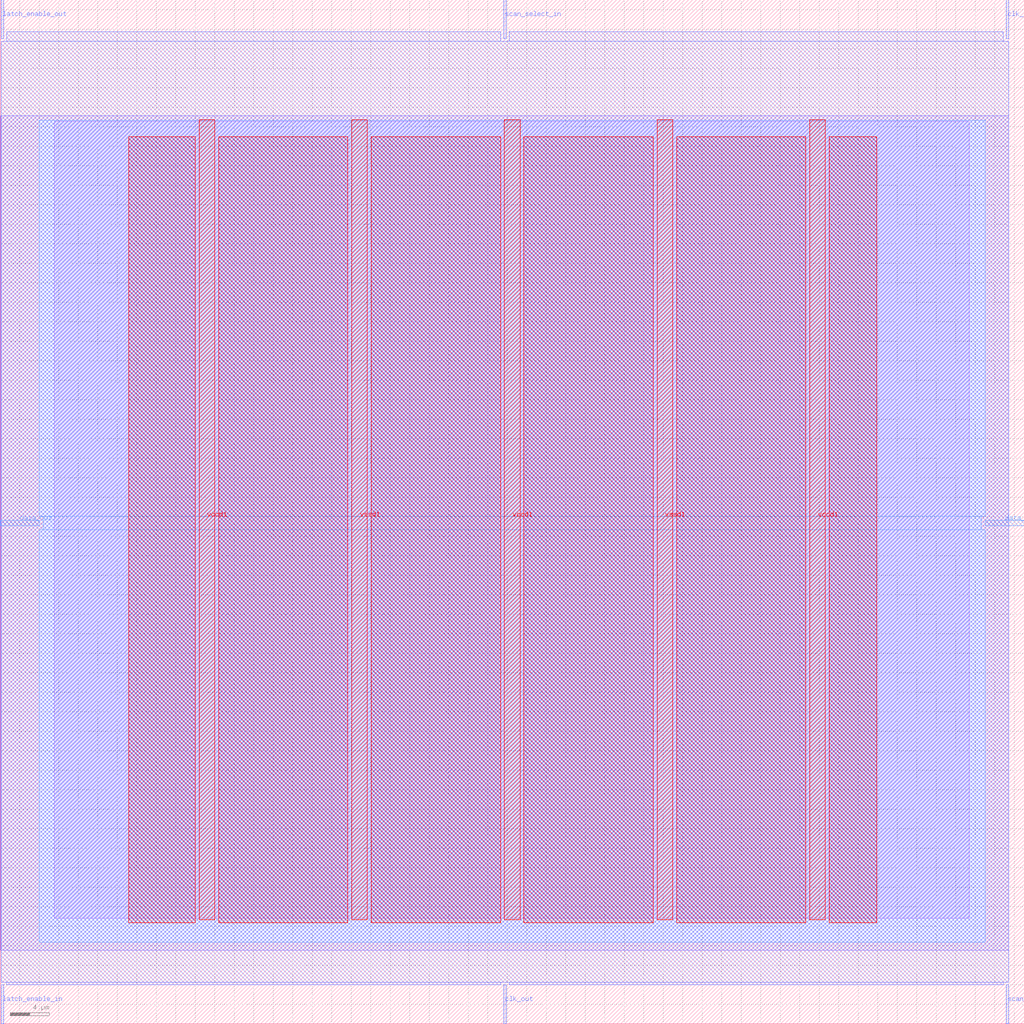
<source format=lef>
VERSION 5.7 ;
  NOWIREEXTENSIONATPIN ON ;
  DIVIDERCHAR "/" ;
  BUSBITCHARS "[]" ;
MACRO scan_wrapper_341426151397261906
  CLASS BLOCK ;
  FOREIGN scan_wrapper_341426151397261906 ;
  ORIGIN 0.000 0.000 ;
  SIZE 105.000 BY 105.000 ;
  PIN clk_in
    DIRECTION INPUT ;
    USE SIGNAL ;
    PORT
      LAYER met2 ;
        RECT 103.130 101.000 103.410 105.000 ;
    END
  END clk_in
  PIN clk_out
    DIRECTION OUTPUT TRISTATE ;
    USE SIGNAL ;
    PORT
      LAYER met2 ;
        RECT 51.610 0.000 51.890 4.000 ;
    END
  END clk_out
  PIN data_in
    DIRECTION INPUT ;
    USE SIGNAL ;
    PORT
      LAYER met3 ;
        RECT 101.000 51.040 105.000 51.640 ;
    END
  END data_in
  PIN data_out
    DIRECTION OUTPUT TRISTATE ;
    USE SIGNAL ;
    PORT
      LAYER met3 ;
        RECT 0.000 51.040 4.000 51.640 ;
    END
  END data_out
  PIN latch_enable_in
    DIRECTION INPUT ;
    USE SIGNAL ;
    PORT
      LAYER met2 ;
        RECT 0.090 0.000 0.370 4.000 ;
    END
  END latch_enable_in
  PIN latch_enable_out
    DIRECTION OUTPUT TRISTATE ;
    USE SIGNAL ;
    PORT
      LAYER met2 ;
        RECT 0.090 101.000 0.370 105.000 ;
    END
  END latch_enable_out
  PIN scan_select_in
    DIRECTION INPUT ;
    USE SIGNAL ;
    PORT
      LAYER met2 ;
        RECT 51.610 101.000 51.890 105.000 ;
    END
  END scan_select_in
  PIN scan_select_out
    DIRECTION OUTPUT TRISTATE ;
    USE SIGNAL ;
    PORT
      LAYER met2 ;
        RECT 103.130 0.000 103.410 4.000 ;
    END
  END scan_select_out
  PIN vccd1
    DIRECTION INPUT ;
    USE POWER ;
    PORT
      LAYER met4 ;
        RECT 20.380 10.640 21.980 92.720 ;
    END
    PORT
      LAYER met4 ;
        RECT 51.700 10.640 53.300 92.720 ;
    END
    PORT
      LAYER met4 ;
        RECT 83.020 10.640 84.620 92.720 ;
    END
  END vccd1
  PIN vssd1
    DIRECTION INPUT ;
    USE GROUND ;
    PORT
      LAYER met4 ;
        RECT 36.040 10.640 37.640 92.720 ;
    END
    PORT
      LAYER met4 ;
        RECT 67.360 10.640 68.960 92.720 ;
    END
  END vssd1
  OBS
      LAYER li1 ;
        RECT 5.520 10.795 99.360 92.565 ;
      LAYER met1 ;
        RECT 0.070 7.520 103.430 93.120 ;
      LAYER met2 ;
        RECT 0.650 100.720 51.330 101.730 ;
        RECT 52.170 100.720 102.850 101.730 ;
        RECT 0.100 4.280 103.400 100.720 ;
        RECT 0.650 4.000 51.330 4.280 ;
        RECT 52.170 4.000 102.850 4.280 ;
      LAYER met3 ;
        RECT 4.000 52.040 101.000 92.645 ;
        RECT 4.400 50.640 100.600 52.040 ;
        RECT 4.000 8.335 101.000 50.640 ;
      LAYER met4 ;
        RECT 13.175 10.375 19.980 90.945 ;
        RECT 22.380 10.375 35.640 90.945 ;
        RECT 38.040 10.375 51.300 90.945 ;
        RECT 53.700 10.375 66.960 90.945 ;
        RECT 69.360 10.375 82.620 90.945 ;
        RECT 85.020 10.375 89.865 90.945 ;
  END
END scan_wrapper_341426151397261906
END LIBRARY


</source>
